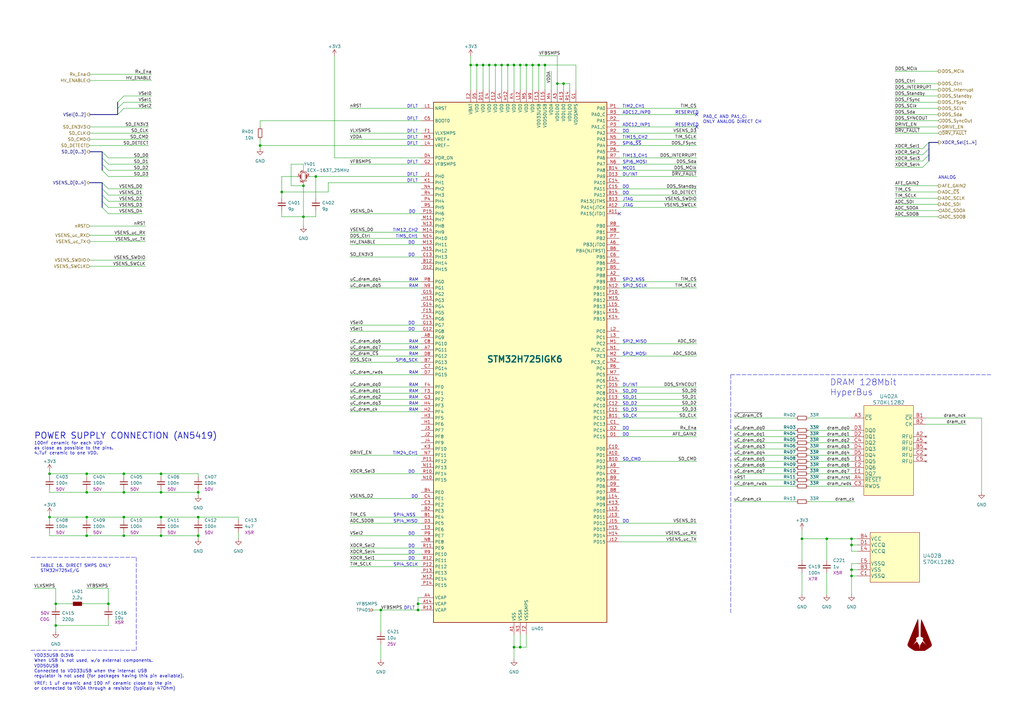
<source format=kicad_sch>
(kicad_sch (version 20230121) (generator eeschema)
  (paper "A3")
  (title_block (title "Velocity Sensor - Version 04") (date "2023-09-07") (rev "A") (company "Swiss Ocean Tech AG") (comment 1 "Designer: SNI, EVE"))
  (junction (at 50.8 201.93))
  (junction (at 156.21 250.19))
  (junction (at 228.6 34.29))
  (junction (at 349.25 220.98))
  (junction (at 124.46 76.2))
  (junction (at 35.56 201.93))
  (junction (at 213.36 265.43))
  (junction (at 208.28 26.67))
  (junction (at 50.8 219.71))
  (junction (at 35.56 194.31))
  (junction (at 66.04 201.93))
  (junction (at 115.57 78.74))
  (junction (at 66.04 219.71))
  (junction (at 124.46 88.9))
  (junction (at 171.45 247.65))
  (junction (at 81.28 212.09))
  (junction (at 339.09 220.98))
  (junction (at 349.25 223.52))
  (junction (at 215.9 26.67))
  (junction (at 231.14 34.29))
  (junction (at 210.82 265.43))
  (junction (at 81.28 219.71))
  (junction (at 20.32 212.09))
  (junction (at 44.45 247.65))
  (junction (at 171.45 250.19))
  (junction (at 66.04 194.31))
  (junction (at 106.68 59.69))
  (junction (at 20.32 194.31))
  (junction (at 210.82 26.67))
  (junction (at 213.36 26.67))
  (junction (at 81.28 201.93))
  (junction (at 50.8 212.09))
  (junction (at 220.98 26.67))
  (junction (at 328.93 220.98))
  (junction (at 349.25 233.68))
  (junction (at 195.58 26.67))
  (junction (at 35.56 219.71))
  (junction (at 35.56 212.09))
  (junction (at 349.25 236.22))
  (junction (at 66.04 212.09))
  (junction (at 50.8 194.31))
  (junction (at 203.2 26.67))
  (junction (at 200.66 26.67))
  (junction (at 205.74 26.67))
  (junction (at 22.86 256.54))
  (junction (at 193.04 26.67))
  (junction (at 22.86 247.65))
  (junction (at 129.54 72.39))
  (junction (at 218.44 26.67))
  (junction (at 223.52 26.67))
  (junction (at 198.12 26.67))
  (no_connect (at 285.75 46.99))
  (no_connect (at 285.75 52.07))
  (no_connect (at 254 87.63))
  (bus_entry (at 50.8 39.37) (size -2.54 2.54))
  (bus_entry (at 378.46 63.5) (size 2.54 -2.54))
  (bus_entry (at 41.91 80.01) (size 2.54 2.54))
  (bus_entry (at 41.91 85.09) (size 2.54 2.54))
  (bus_entry (at 378.46 60.96) (size 2.54 -2.54))
  (bus_entry (at 378.46 68.58) (size 2.54 -2.54))
  (bus_entry (at 41.91 74.93) (size 2.54 2.54))
  (bus_entry (at 41.91 64.77) (size 2.54 2.54))
  (bus_entry (at 50.8 41.91) (size -2.54 2.54))
  (bus_entry (at 41.91 67.31) (size 2.54 2.54))
  (bus_entry (at 50.8 44.45) (size -2.54 2.54))
  (bus_entry (at 378.46 66.04) (size 2.54 -2.54))
  (bus_entry (at 41.91 69.85) (size 2.54 2.54))
  (bus_entry (at 41.91 77.47) (size 2.54 2.54))
  (bus_entry (at 41.91 82.55) (size 2.54 2.54))
  (bus_entry (at 41.91 62.23) (size 2.54 2.54))
  (wire (pts (xy 349.25 223.52) (xy 349.25 220.98)))
  (bus (pts (xy 41.91 82.55) (xy 41.91 85.09)))
  (wire (pts (xy 300.99 189.23) (xy 326.39 189.23)))
  (wire (pts (xy 66.04 219.71) (xy 81.28 219.71)))
  (wire (pts (xy 172.72 148.59) (xy 143.51 148.59)))
  (wire (pts (xy 331.47 191.77) (xy 349.25 191.77)))
  (wire (pts (xy 44.45 254) (xy 44.45 256.54)))
  (wire (pts (xy 143.51 100.33) (xy 172.72 100.33)))
  (wire (pts (xy 349.25 223.52) (xy 351.79 223.52)))
  (wire (pts (xy 44.45 64.77) (xy 60.96 64.77)))
  (wire (pts (xy 66.04 218.44) (xy 66.04 219.71)))
  (wire (pts (xy 254 44.45) (xy 285.75 44.45)))
  (wire (pts (xy 143.51 219.71) (xy 172.72 219.71)))
  (wire (pts (xy 22.86 254) (xy 22.86 256.54)))
  (wire (pts (xy 285.75 80.01) (xy 254 80.01)))
  (wire (pts (xy 44.45 241.3) (xy 44.45 247.65)))
  (wire (pts (xy 254 166.37) (xy 285.75 166.37)))
  (wire (pts (xy 220.98 26.67) (xy 223.52 26.67)))
  (wire (pts (xy 127 72.39) (xy 129.54 72.39)))
  (wire (pts (xy 36.83 109.22) (xy 59.69 109.22)))
  (wire (pts (xy 143.51 212.09) (xy 172.72 212.09)))
  (wire (pts (xy 367.03 81.28) (xy 384.81 81.28)))
  (wire (pts (xy 328.93 217.17) (xy 328.93 220.98)))
  (wire (pts (xy 367.03 86.36) (xy 384.81 86.36)))
  (wire (pts (xy 254 171.45) (xy 285.75 171.45)))
  (wire (pts (xy 379.73 171.45) (xy 402.59 171.45)))
  (wire (pts (xy 143.51 161.29) (xy 172.72 161.29)))
  (wire (pts (xy 106.68 59.69) (xy 172.72 59.69)))
  (wire (pts (xy 35.56 241.3) (xy 44.45 241.3)))
  (wire (pts (xy 367.03 54.61) (xy 384.81 54.61)))
  (wire (pts (xy 97.79 213.36) (xy 97.79 212.09)))
  (wire (pts (xy 20.32 201.93) (xy 20.32 200.66)))
  (wire (pts (xy 81.28 219.71) (xy 81.28 220.98)))
  (wire (pts (xy 22.86 241.3) (xy 22.86 247.65)))
  (wire (pts (xy 367.03 29.21) (xy 384.81 29.21)))
  (wire (pts (xy 44.45 80.01) (xy 58.42 80.01)))
  (wire (pts (xy 213.36 265.43) (xy 210.82 265.43)))
  (wire (pts (xy 367.03 83.82) (xy 384.81 83.82)))
  (wire (pts (xy 300.99 176.53) (xy 326.39 176.53)))
  (wire (pts (xy 233.68 34.29) (xy 233.68 36.83)))
  (wire (pts (xy 210.82 26.67) (xy 210.82 36.83)))
  (wire (pts (xy 36.83 106.68) (xy 59.69 106.68)))
  (wire (pts (xy 210.82 26.67) (xy 213.36 26.67)))
  (wire (pts (xy 254 64.77) (xy 285.75 64.77)))
  (wire (pts (xy 254 158.75) (xy 285.75 158.75)))
  (wire (pts (xy 20.32 194.31) (xy 20.32 195.58)))
  (wire (pts (xy 215.9 265.43) (xy 213.36 265.43)))
  (wire (pts (xy 300.99 171.45) (xy 326.39 171.45)))
  (bus (pts (xy 48.26 41.91) (xy 48.26 44.45)))
  (wire (pts (xy 285.75 77.47) (xy 254 77.47)))
  (wire (pts (xy 226.06 29.21) (xy 226.06 36.83)))
  (wire (pts (xy 195.58 26.67) (xy 195.58 36.83)))
  (wire (pts (xy 81.28 218.44) (xy 81.28 219.71)))
  (wire (pts (xy 254 189.23) (xy 285.75 189.23)))
  (bus (pts (xy 381 60.96) (xy 381 63.5)))
  (wire (pts (xy 143.51 224.79) (xy 172.72 224.79)))
  (bus (pts (xy 41.91 74.93) (xy 41.91 77.47)))
  (wire (pts (xy 223.52 26.67) (xy 236.22 26.67)))
  (wire (pts (xy 44.45 69.85) (xy 60.96 69.85)))
  (wire (pts (xy 143.51 166.37) (xy 172.72 166.37)))
  (wire (pts (xy 50.8 218.44) (xy 50.8 219.71)))
  (wire (pts (xy 254 46.99) (xy 285.75 46.99)))
  (wire (pts (xy 205.74 26.67) (xy 205.74 36.83)))
  (wire (pts (xy 137.16 64.77) (xy 137.16 22.86)))
  (wire (pts (xy 215.9 26.67) (xy 218.44 26.67)))
  (wire (pts (xy 143.51 229.87) (xy 172.72 229.87)))
  (wire (pts (xy 143.51 146.05) (xy 172.72 146.05)))
  (wire (pts (xy 50.8 212.09) (xy 35.56 212.09)))
  (wire (pts (xy 367.03 41.91) (xy 384.81 41.91)))
  (wire (pts (xy 36.83 92.71) (xy 59.69 92.71)))
  (wire (pts (xy 81.28 195.58) (xy 81.28 194.31)))
  (bus (pts (xy 48.26 44.45) (xy 48.26 46.99)))
  (wire (pts (xy 254 85.09) (xy 285.75 85.09)))
  (wire (pts (xy 62.23 39.37) (xy 50.8 39.37)))
  (wire (pts (xy 134.62 74.93) (xy 134.62 78.74)))
  (wire (pts (xy 35.56 194.31) (xy 35.56 195.58)))
  (wire (pts (xy 134.62 74.93) (xy 172.72 74.93)))
  (wire (pts (xy 331.47 184.15) (xy 349.25 184.15)))
  (wire (pts (xy 22.86 247.65) (xy 22.86 248.92)))
  (wire (pts (xy 331.47 176.53) (xy 349.25 176.53)))
  (wire (pts (xy 115.57 72.39) (xy 121.92 72.39)))
  (wire (pts (xy 331.47 181.61) (xy 349.25 181.61)))
  (wire (pts (xy 81.28 201.93) (xy 81.28 203.2)))
  (wire (pts (xy 215.9 260.35) (xy 215.9 265.43)))
  (wire (pts (xy 285.75 118.11) (xy 254 118.11)))
  (wire (pts (xy 254 146.05) (xy 285.75 146.05)))
  (wire (pts (xy 143.51 143.51) (xy 172.72 143.51)))
  (wire (pts (xy 367.03 63.5) (xy 378.46 63.5)))
  (wire (pts (xy 50.8 201.93) (xy 35.56 201.93)))
  (wire (pts (xy 367.03 88.9) (xy 384.81 88.9)))
  (wire (pts (xy 35.56 200.66) (xy 35.56 201.93)))
  (wire (pts (xy 81.28 213.36) (xy 81.28 212.09)))
  (wire (pts (xy 285.75 67.31) (xy 254 67.31)))
  (wire (pts (xy 35.56 201.93) (xy 20.32 201.93)))
  (wire (pts (xy 213.36 26.67) (xy 215.9 26.67)))
  (wire (pts (xy 106.68 57.15) (xy 106.68 59.69)))
  (wire (pts (xy 367.03 36.83) (xy 384.81 36.83)))
  (wire (pts (xy 300.99 191.77) (xy 326.39 191.77)))
  (bus (pts (xy 41.91 77.47) (xy 41.91 80.01)))
  (bus (pts (xy 381 58.42) (xy 381 60.96)))
  (wire (pts (xy 44.45 77.47) (xy 58.42 77.47)))
  (wire (pts (xy 254 82.55) (xy 285.75 82.55)))
  (wire (pts (xy 254 52.07) (xy 285.75 52.07)))
  (wire (pts (xy 35.56 219.71) (xy 20.32 219.71)))
  (wire (pts (xy 367.03 78.74) (xy 384.81 78.74)))
  (wire (pts (xy 367.03 34.29) (xy 384.81 34.29)))
  (wire (pts (xy 143.51 87.63) (xy 172.72 87.63)))
  (wire (pts (xy 36.83 54.61) (xy 60.96 54.61)))
  (wire (pts (xy 254 176.53) (xy 285.75 176.53)))
  (wire (pts (xy 254 140.97) (xy 285.75 140.97)))
  (bus (pts (xy 381 63.5) (xy 381 66.04)))
  (wire (pts (xy 115.57 78.74) (xy 115.57 81.28)))
  (wire (pts (xy 62.23 30.48) (xy 36.83 30.48)))
  (wire (pts (xy 328.93 220.98) (xy 339.09 220.98)))
  (wire (pts (xy 44.45 82.55) (xy 58.42 82.55)))
  (wire (pts (xy 20.32 219.71) (xy 20.32 218.44)))
  (wire (pts (xy 193.04 22.86) (xy 193.04 26.67)))
  (polyline (pts (xy 12.7 266.7) (xy 55.88 266.7)) (stroke (width 0) (type dash)))
  (wire (pts (xy 20.32 193.04) (xy 20.32 194.31)))
  (bus (pts (xy 384.81 58.42) (xy 381 58.42)))
  (wire (pts (xy 156.21 250.19) (xy 171.45 250.19)))
  (wire (pts (xy 367.03 39.37) (xy 384.81 39.37)))
  (wire (pts (xy 349.25 236.22) (xy 349.25 243.84)))
  (wire (pts (xy 143.51 214.63) (xy 172.72 214.63)))
  (wire (pts (xy 254 69.85) (xy 285.75 69.85)))
  (wire (pts (xy 44.45 87.63) (xy 58.42 87.63)))
  (wire (pts (xy 124.46 76.2) (xy 124.46 88.9)))
  (wire (pts (xy 106.68 59.69) (xy 106.68 60.96)))
  (wire (pts (xy 254 219.71) (xy 285.75 219.71)))
  (wire (pts (xy 35.56 212.09) (xy 20.32 212.09)))
  (wire (pts (xy 34.29 247.65) (xy 44.45 247.65)))
  (wire (pts (xy 349.25 236.22) (xy 351.79 236.22)))
  (wire (pts (xy 215.9 26.67) (xy 215.9 36.83)))
  (wire (pts (xy 171.45 245.11) (xy 171.45 247.65)))
  (wire (pts (xy 156.21 250.19) (xy 156.21 259.08)))
  (wire (pts (xy 44.45 247.65) (xy 44.45 248.92)))
  (wire (pts (xy 228.6 34.29) (xy 228.6 36.83)))
  (wire (pts (xy 200.66 26.67) (xy 200.66 36.83)))
  (wire (pts (xy 66.04 212.09) (xy 66.04 213.36)))
  (wire (pts (xy 143.51 44.45) (xy 172.72 44.45)))
  (wire (pts (xy 35.56 218.44) (xy 35.56 219.71)))
  (wire (pts (xy 44.45 67.31) (xy 60.96 67.31)))
  (wire (pts (xy 124.46 76.2) (xy 119.38 76.2)))
  (wire (pts (xy 36.83 99.06) (xy 59.69 99.06)))
  (wire (pts (xy 300.99 196.85) (xy 326.39 196.85)))
  (bus (pts (xy 36.83 74.93) (xy 41.91 74.93)))
  (wire (pts (xy 236.22 26.67) (xy 236.22 36.83)))
  (wire (pts (xy 20.32 210.82) (xy 20.32 212.09)))
  (wire (pts (xy 81.28 201.93) (xy 66.04 201.93)))
  (wire (pts (xy 66.04 201.93) (xy 50.8 201.93)))
  (wire (pts (xy 81.28 212.09) (xy 66.04 212.09)))
  (wire (pts (xy 143.51 140.97) (xy 172.72 140.97)))
  (wire (pts (xy 50.8 194.31) (xy 50.8 195.58)))
  (wire (pts (xy 143.51 163.83) (xy 172.72 163.83)))
  (wire (pts (xy 349.25 233.68) (xy 349.25 236.22)))
  (wire (pts (xy 143.51 232.41) (xy 172.72 232.41)))
  (wire (pts (xy 44.45 72.39) (xy 60.96 72.39)))
  (wire (pts (xy 66.04 212.09) (xy 50.8 212.09)))
  (wire (pts (xy 66.04 219.71) (xy 50.8 219.71)))
  (bus (pts (xy 36.83 62.23) (xy 41.91 62.23)))
  (wire (pts (xy 124.46 67.31) (xy 124.46 69.85)))
  (wire (pts (xy 300.99 184.15) (xy 326.39 184.15)))
  (wire (pts (xy 367.03 46.99) (xy 384.81 46.99)))
  (wire (pts (xy 193.04 26.67) (xy 193.04 36.83)))
  (wire (pts (xy 254 57.15) (xy 285.75 57.15)))
  (wire (pts (xy 143.51 95.25) (xy 172.72 95.25)))
  (wire (pts (xy 349.25 220.98) (xy 351.79 220.98)))
  (wire (pts (xy 50.8 194.31) (xy 35.56 194.31)))
  (bus (pts (xy 41.91 80.01) (xy 41.91 82.55)))
  (wire (pts (xy 231.14 34.29) (xy 231.14 36.83)))
  (wire (pts (xy 143.51 194.31) (xy 172.72 194.31)))
  (wire (pts (xy 228.6 34.29) (xy 231.14 34.29)))
  (wire (pts (xy 203.2 26.67) (xy 205.74 26.67)))
  (wire (pts (xy 379.73 173.99) (xy 396.24 173.99)))
  (wire (pts (xy 13.97 241.3) (xy 22.86 241.3)))
  (wire (pts (xy 129.54 72.39) (xy 172.72 72.39)))
  (wire (pts (xy 254 161.29) (xy 285.75 161.29)))
  (wire (pts (xy 331.47 189.23) (xy 349.25 189.23)))
  (wire (pts (xy 143.51 118.11) (xy 172.72 118.11)))
  (wire (pts (xy 171.45 250.19) (xy 172.72 250.19)))
  (wire (pts (xy 81.28 212.09) (xy 97.79 212.09)))
  (wire (pts (xy 152.4 250.19) (xy 156.21 250.19)))
  (wire (pts (xy 143.51 204.47) (xy 172.72 204.47)))
  (wire (pts (xy 66.04 194.31) (xy 50.8 194.31)))
  (wire (pts (xy 367.03 66.04) (xy 378.46 66.04)))
  (wire (pts (xy 106.68 49.53) (xy 172.72 49.53)))
  (wire (pts (xy 81.28 200.66) (xy 81.28 201.93)))
  (wire (pts (xy 50.8 212.09) (xy 50.8 213.36)))
  (wire (pts (xy 300.99 186.69) (xy 326.39 186.69)))
  (wire (pts (xy 331.47 179.07) (xy 349.25 179.07)))
  (wire (pts (xy 172.72 54.61) (xy 143.51 54.61)))
  (wire (pts (xy 36.83 33.02) (xy 62.23 33.02)))
  (polyline (pts (xy 299.72 153.67) (xy 299.72 251.46)) (stroke (width 0) (type dash)))
  (wire (pts (xy 66.04 194.31) (xy 66.04 195.58)))
  (wire (pts (xy 22.86 256.54) (xy 22.86 259.08)))
  (wire (pts (xy 213.36 260.35) (xy 213.36 265.43)))
  (wire (pts (xy 231.14 34.29) (xy 233.68 34.29)))
  (wire (pts (xy 300.99 181.61) (xy 326.39 181.61)))
  (wire (pts (xy 36.83 59.69) (xy 60.96 59.69)))
  (wire (pts (xy 351.79 233.68) (xy 349.25 233.68)))
  (wire (pts (xy 218.44 26.67) (xy 220.98 26.67)))
  (wire (pts (xy 66.04 200.66) (xy 66.04 201.93)))
  (wire (pts (xy 143.51 153.67) (xy 172.72 153.67)))
  (wire (pts (xy 339.09 220.98) (xy 339.09 229.87)))
  (wire (pts (xy 254 222.25) (xy 285.75 222.25)))
  (wire (pts (xy 36.83 96.52) (xy 59.69 96.52)))
  (wire (pts (xy 44.45 85.09) (xy 58.42 85.09)))
  (wire (pts (xy 339.09 220.98) (xy 349.25 220.98)))
  (wire (pts (xy 156.21 264.16) (xy 156.21 270.51)))
  (wire (pts (xy 228.6 22.86) (xy 228.6 34.29)))
  (wire (pts (xy 124.46 88.9) (xy 129.54 88.9)))
  (wire (pts (xy 198.12 26.67) (xy 200.66 26.67)))
  (wire (pts (xy 200.66 26.67) (xy 203.2 26.67)))
  (wire (pts (xy 129.54 72.39) (xy 129.54 81.28)))
  (wire (pts (xy 115.57 78.74) (xy 115.57 72.39)))
  (wire (pts (xy 300.99 199.39) (xy 326.39 199.39)))
  (wire (pts (xy 285.75 179.07) (xy 254 179.07)))
  (wire (pts (xy 349.25 226.06) (xy 351.79 226.06)))
  (wire (pts (xy 198.12 26.67) (xy 198.12 36.83)))
  (wire (pts (xy 50.8 200.66) (xy 50.8 201.93)))
  (wire (pts (xy 124.46 74.93) (xy 124.46 76.2)))
  (wire (pts (xy 171.45 247.65) (xy 171.45 250.19)))
  (wire (pts (xy 143.51 168.91) (xy 172.72 168.91)))
  (wire (pts (xy 205.74 26.67) (xy 208.28 26.67)))
  (wire (pts (xy 367.03 60.96) (xy 378.46 60.96)))
  (wire (pts (xy 20.32 212.09) (xy 20.32 213.36)))
  (wire (pts (xy 143.51 158.75) (xy 172.72 158.75)))
  (wire (pts (xy 50.8 219.71) (xy 35.56 219.71)))
  (wire (pts (xy 300.99 205.74) (xy 326.39 205.74)))
  (wire (pts (xy 22.86 247.65) (xy 29.21 247.65)))
  (wire (pts (xy 367.03 52.07) (xy 384.81 52.07)))
  (wire (pts (xy 210.82 265.43) (xy 210.82 270.51)))
  (wire (pts (xy 143.51 133.35) (xy 172.72 133.35)))
  (wire (pts (xy 172.72 135.89) (xy 143.51 135.89)))
  (wire (pts (xy 300.99 179.07) (xy 326.39 179.07)))
  (wire (pts (xy 193.04 26.67) (xy 195.58 26.67)))
  (wire (pts (xy 195.58 26.67) (xy 198.12 26.67)))
  (wire (pts (xy 285.75 72.39) (xy 254 72.39)))
  (wire (pts (xy 331.47 205.74) (xy 350.52 205.74)))
  (wire (pts (xy 143.51 57.15) (xy 172.72 57.15)))
  (wire (pts (xy 143.51 67.31) (xy 172.72 67.31)))
  (wire (pts (xy 223.52 26.67) (xy 223.52 36.83)))
  (wire (pts (xy 143.51 186.69) (xy 172.72 186.69)))
  (wire (pts (xy 402.59 201.93) (xy 402.59 171.45)))
  (wire (pts (xy 210.82 260.35) (xy 210.82 265.43)))
  (wire (pts (xy 119.38 76.2) (xy 119.38 67.31)))
  (wire (pts (xy 172.72 245.11) (xy 171.45 245.11)))
  (wire (pts (xy 349.25 226.06) (xy 349.25 223.52)))
  (bus (pts (xy 41.91 64.77) (xy 41.91 67.31)))
  (wire (pts (xy 44.45 256.54) (xy 22.86 256.54)))
  (wire (pts (xy 331.47 194.31) (xy 349.25 194.31)))
  (wire (pts (xy 254 214.63) (xy 285.75 214.63)))
  (wire (pts (xy 36.83 52.07) (xy 60.96 52.07)))
  (wire (pts (xy 254 115.57) (xy 285.75 115.57)))
  (wire (pts (xy 97.79 218.44) (xy 97.79 220.98)))
  (wire (pts (xy 254 54.61) (xy 285.75 54.61)))
  (wire (pts (xy 331.47 171.45) (xy 349.25 171.45)))
  (wire (pts (xy 349.25 231.14) (xy 349.25 233.68)))
  (wire (pts (xy 331.47 199.39) (xy 349.25 199.39)))
  (wire (pts (xy 331.47 196.85) (xy 349.25 196.85)))
  (wire (pts (xy 220.98 26.67) (xy 220.98 36.83)))
  (wire (pts (xy 124.46 88.9) (xy 124.46 92.71)))
  (wire (pts (xy 367.03 76.2) (xy 384.81 76.2)))
  (wire (pts (xy 213.36 26.67) (xy 213.36 36.83)))
  (wire (pts (xy 62.23 41.91) (xy 50.8 41.91)))
  (bus (pts (xy 41.91 67.31) (xy 41.91 69.85)))
  (wire (pts (xy 339.09 234.95) (xy 339.09 243.84)))
  (wire (pts (xy 351.79 231.14) (xy 349.25 231.14)))
  (polyline (pts (xy 12.7 228.6) (xy 55.88 228.6)) (stroke (width 0) (type dash)))
  (wire (pts (xy 35.56 212.09) (xy 35.56 213.36)))
  (wire (pts (xy 134.62 78.74) (xy 115.57 78.74)))
  (wire (pts (xy 328.93 234.95) (xy 328.93 243.84)))
  (wire (pts (xy 143.51 115.57) (xy 172.72 115.57)))
  (wire (pts (xy 35.56 194.31) (xy 20.32 194.31)))
  (wire (pts (xy 285.75 59.69) (xy 254 59.69)))
  (wire (pts (xy 119.38 67.31) (xy 124.46 67.31)))
  (wire (pts (xy 367.03 68.58) (xy 378.46 68.58)))
  (wire (pts (xy 115.57 88.9) (xy 115.57 86.36)))
  (wire (pts (xy 367.03 44.45) (xy 384.81 44.45)))
  (wire (pts (xy 254 163.83) (xy 285.75 163.83)))
  (wire (pts (xy 208.28 26.67) (xy 210.82 26.67)))
  (wire (pts (xy 143.51 97.79) (xy 172.72 97.79)))
  (wire (pts (xy 367.03 49.53) (xy 384.81 49.53)))
  (wire (pts (xy 203.2 26.67) (xy 203.2 36.83)))
  (wire (pts (xy 328.93 229.87) (xy 328.93 220.98)))
  (wire (pts (xy 124.46 88.9) (xy 115.57 88.9)))
  (bus (pts (xy 41.91 62.23) (xy 41.91 64.77)))
  (wire (pts (xy 129.54 88.9) (xy 129.54 86.36)))
  (wire (pts (xy 143.51 105.41) (xy 172.72 105.41)))
  (polyline (pts (xy 55.88 228.6) (xy 55.88 266.7)) (stroke (width 0) (type dash)))
  (bus (pts (xy 48.26 46.99) (xy 36.83 46.99)))
  (wire (pts (xy 172.72 64.77) (xy 137.16 64.77)))
  (wire (pts (xy 300.99 194.31) (xy 326.39 194.31)))
  (wire (pts (xy 62.23 44.45) (xy 50.8 44.45)))
  (wire (pts (xy 106.68 49.53) (xy 106.68 52.07)))
  (wire (pts (xy 208.28 26.67) (xy 208.28 36.83)))
  (wire (pts (xy 81.28 194.31) (xy 66.04 194.31)))
  (wire (pts (xy 218.44 26.67) (xy 218.44 36.83)))
  (wire (pts (xy 220.98 22.86) (xy 228.6 22.86)))
  (wire (pts (xy 171.45 247.65) (xy 172.72 247.65)))
  (wire (pts (xy 36.83 57.15) (xy 60.96 57.15)))
  (wire (pts (xy 331.47 186.69) (xy 349.25 186.69)))
  (wire (pts (xy 143.51 227.33) (xy 172.72 227.33)))
  (polyline (pts (xy 299.72 153.67) (xy 406.4 153.67)) (stroke (width 0) (type dash)))
  (wire (pts (xy 254 168.91) (xy 285.75 168.91)))
  (text "SPI4_MISO" (at 161.29 214.63 0) (effects (font (size 1.27 1.27)) (justify left bottom)))
  (text "DFLT" (at 171.45 54.61 0) (effects (font (size 1.27 1.27)) (justify right bottom)))
  (text "DO" (at 170.18 219.71 0) (effects (font (size 1.27 1.27)) (justify right bottom)))
  (text "DO" (at 255.27 176.53 0) (effects (font (size 1.27 1.27)) (justify left bottom)))
  (text "VREF: 1 uF ceramic and 100 nF ceramic close to the pin\nor connected to VDDA through a resistor (typically 47Ohm)" (at 13.97 283.21 0) (effects (font (size 1.27 1.27)) (justify left bottom)))
  (text "MCO1" (at 255.27 69.85 0) (effects (font (size 1.27 1.27)) (justify left bottom)))
  (text "DI/INT" (at 255.27 158.75 0) (effects (font (size 1.27 1.27)) (justify left bottom)))
  (text "SPI6_SCK" (at 171.45 148.59 0) (effects (font (size 1.27 1.27)) (justify right bottom)))
  (text "SPI2_MISO" (at 255.27 140.97 0) (effects (font (size 1.27 1.27)) (justify left bottom)))
  (text "SPI4_SCLK" (at 161.29 232.41 0) (effects (font (size 1.27 1.27)) (justify left bottom)))
  (text "DFLT" (at 170.18 250.19 0) (effects (font (size 1.27 1.27)) (justify right bottom)))
  (text "DO" (at 170.18 105.41 0) (effects (font (size 1.27 1.27)) (justify right bottom)))
  (text "RESERVED" (at 276.86 46.99 0) (effects (font (size 1.27 1.27)) (justify left bottom)))
  (text "JTAG" (at 255.27 85.09 0) (effects (font (size 1.27 1.27)) (justify left bottom)))
  (text "RAM" (at 167.64 118.11 0) (effects (font (size 1.27 1.27)) (justify left bottom)))
  (text "DO" (at 255.27 80.01 0) (effects (font (size 1.27 1.27)) (justify left bottom)))
  (text "DO" (at 167.64 87.63 0) (effects (font (size 1.27 1.27)) (justify left bottom)))
  (text "DFLT" (at 171.45 44.45 0) (effects (font (size 1.27 1.27)) (justify right bottom)))
  (text "SPI2_NSS" (at 255.27 115.57 0) (effects (font (size 1.27 1.27)) (justify left bottom)))
  (text "RAM" (at 167.64 146.05 0) (effects (font (size 1.27 1.27)) (justify left bottom)))
  (text "SD_D1" (at 255.27 163.83 0) (effects (font (size 1.27 1.27)) (justify left bottom)))
  (text "DFLT" (at 171.45 67.31 0) (effects (font (size 1.27 1.27)) (justify right bottom)))
  (text "100nF ceramic for each VDD \nas close as possible to the pins.\n4.7uF ceramic to one VDD." (at 13.97 186.69 0) (effects (font (size 1.27 1.27)) (justify left bottom)))
  (text "SPI4_NSS" (at 161.29 212.09 0) (effects (font (size 1.27 1.27)) (justify left bottom)))
  (text "RAM" (at 167.64 143.51 0) (effects (font (size 1.27 1.27)) (justify left bottom)))
  (text "VDD33USB 0:3V6\nWhen USB is not used, w/o external components." (at 13.97 271.78 0) (effects (font (size 1.27 1.27)) (justify left bottom)))
  (text "DO" (at 170.18 135.89 0) (effects (font (size 1.27 1.27)) (justify right bottom)))
  (text "PA0_C AND PA1_C: \nONLY ANALOG DIRECT CH" (at 288.29 50.8 0) (effects (font (size 1.27 1.27)) (justify left bottom)))
  (text "RAM" (at 167.64 163.83 0) (effects (font (size 1.27 1.27)) (justify left bottom)))
  (text "SD_D2" (at 255.27 166.37 0) (effects (font (size 1.27 1.27)) (justify left bottom)))
  (text "DO" (at 170.18 194.31 0) (effects (font (size 1.27 1.27)) (justify right bottom)))
  (text "TIM5_CH1" (at 171.45 97.79 0) (effects (font (size 1.27 1.27)) (justify right bottom)))
  (text "DI/INT" (at 255.27 72.39 0) (effects (font (size 1.27 1.27)) (justify left bottom)))
  (text "DO" (at 170.18 227.33 0) (effects (font (size 1.27 1.27)) (justify right bottom)))
  (text "ANALOG" (at 384.81 73.66 0) (effects (font (size 1.27 1.27)) (justify left bottom)))
  (text "VDD50USB \nConnected to VDD33USB when the internal USB \nregulator is not used (for packages having this pin available)." (at 13.97 278.13 0) (effects (font (size 1.27 1.27)) (justify left bottom)))
  (text "SPI6_MOSI" (at 265.43 67.31 0) (effects (font (size 1.27 1.27)) (justify right bottom)))
  (text "DO" (at 171.45 204.47 0) (effects (font (size 1.27 1.27)) (justify right bottom)))
  (text "SD_CMD" (at 255.27 189.23 0) (effects (font (size 1.27 1.27)) (justify left bottom)))
  (text "TABLE 16. DIRECT SMPS ONLY\nSTM32H725xE/G" (at 16.51 234.95 0) (effects (font (size 1.27 1.27)) (justify left bottom)))
  (text "SPI6_~{SS}" (at 255.27 59.69 0) (effects (font (size 1.27 1.27)) (justify left bottom)))
  (text "DO" (at 255.27 77.47 0) (effects (font (size 1.27 1.27)) (justify left bottom)))
  (text "DFLT" (at 171.45 49.53 0) (effects (font (size 1.27 1.27)) (justify right bottom)))
  (text "SD_D0" (at 255.27 161.29 0) (effects (font (size 1.27 1.27)) (justify left bottom)))
  (text "ADC12_INP1" (at 255.27 52.07 0) (effects (font (size 1.27 1.27)) (justify left bottom)))
  (text "RESERVED" (at 276.86 52.07 0) (effects (font (size 1.27 1.27)) (justify left bottom)))
  (text "SPI2_SCLK" (at 255.27 118.11 0) (effects (font (size 1.27 1.27)) (justify left bottom)))
  (text "TIM2_CH1" (at 255.27 44.45 0) (effects (font (size 1.27 1.27)) (justify left bottom)))
  (text "DO" (at 255.27 214.63 0) (effects (font (size 1.27 1.27)) (justify left bottom)))
  (text "DRAM 128Mbit\nHyperBus" (at 340.36 162.56 0) (effects (font (size 2.54 2.54)) (justify left bottom)))
  (text "TIM24_CH1" (at 171.45 186.69 0) (effects (font (size 1.27 1.27)) (justify right bottom)))
  (text "DO" (at 170.18 133.35 0) (effects (font (size 1.27 1.27)) (justify right bottom)))
  (text "ADC12_INP0" (at 255.27 46.99 0) (effects (font (size 1.27 1.27)) (justify left bottom)))
  (text "DFLT" (at 171.45 57.15 0) (effects (font (size 1.27 1.27)) (justify right bottom)))
  (text "RAM" (at 167.64 140.97 0) (effects (font (size 1.27 1.27)) (justify left bottom)))
  (text "RAM" (at 167.64 115.57 0) (effects (font (size 1.27 1.27)) (justify left bottom)))
  (text "RAM" (at 167.64 166.37 0) (effects (font (size 1.27 1.27)) (justify left bottom)))
  (text "TIM13_CH1" (at 255.27 64.77 0) (effects (font (size 1.27 1.27)) (justify left bottom)))
  (text "RAM" (at 167.64 158.75 0) (effects (font (size 1.27 1.27)) (justify left bottom)))
  (text "DFLT" (at 171.45 72.39 0) (effects (font (size 1.27 1.27)) (justify right bottom)))
  (text "SD_D3" (at 255.27 168.91 0) (effects (font (size 1.27 1.27)) (justify left bottom)))
  (text "DO" (at 170.18 229.87 0) (effects (font (size 1.27 1.27)) (justify right bottom)))
  (text "SD_CK" (at 255.27 171.45 0) (effects (font (size 1.27 1.27)) (justify left bottom)))
  (text "DO" (at 255.27 179.07 0) (effects (font (size 1.27 1.27)) (justify left bottom)))
  (text "POWER SUPPLY CONNECTION (AN5419)" (at 13.97 180.34 0) (effects (font (size 2.54 2.54) (thickness 0.254) bold) (justify left bottom)))
  (text "DO" (at 170.18 100.33 0) (effects (font (size 1.27 1.27)) (justify right bottom)))
  (text "DFLT" (at 171.45 59.69 0) (effects (font (size 1.27 1.27)) (justify right bottom)))
  (text "DO" (at 170.18 224.79 0) (effects (font (size 1.27 1.27)) (justify right bottom)))
  (text "TIM15_CH2" (at 255.27 57.15 0) (effects (font (size 1.27 1.27)) (justify left bottom)))
  (text "DO" (at 255.27 54.61 0) (effects (font (size 1.27 1.27)) (justify left bottom)))
  (text "RAM" (at 167.64 161.29 0) (effects (font (size 1.27 1.27)) (justify left bottom)))
  (text "TIM12_CH2" (at 171.45 95.25 0) (effects (font (size 1.27 1.27)) (justify right bottom)))
  (text "JTAG" (at 255.27 82.55 0) (effects (font (size 1.27 1.27)) (justify left bottom)))
  (text "RAM" (at 167.64 168.91 0) (effects (font (size 1.27 1.27)) (justify left bottom)))
  (text "RAM" (at 167.64 153.67 0) (effects (font (size 1.27 1.27)) (justify left bottom)))
  (text "SPI2_MOSI" (at 255.27 146.05 0) (effects (font (size 1.27 1.27)) (justify left bottom)))
  (text "DFLT" (at 171.45 74.93 0) (effects (font (size 1.27 1.27)) (justify right bottom)))
  (label "VSel2" (at 143.51 219.71 0))
  (label "VSENS_D1" (at 58.42 80.01 180))
  (label "VSel2" (at 62.23 44.45 180))
  (label "uC_dram_dq4" (at 143.51 115.57 0))
  (label "VSENS_D2" (at 143.51 204.47 0))
  (label "XDCR_Sel4" (at 143.51 227.33 0))
  (label "TIM_SCLK" (at 143.51 232.41 0))
  (label "DDS_INTERRUPT" (at 285.75 64.77 180))
  (label "SD_D2" (at 285.75 166.37 180))
  (label "VSENS_D2" (at 58.42 82.55 180))
  (label "SD_CLK" (at 285.75 171.45 180))
  (label "dram_nrst" (at 339.09 196.85 0))
  (label "SD_D1" (at 285.75 163.83 180))
  (label "Rx_Ena" (at 62.23 30.48 180))
  (label "VSENS_D3" (at 58.42 85.09 180))
  (label "VSel0" (at 143.51 133.35 0))
  (label "VSENS_SWCLK" (at 59.69 109.22 180))
  (label "DDS_INTERRUPT" (at 367.03 36.83 0))
  (label "DDS_SClk" (at 367.03 44.45 0))
  (label "DDS_Standby" (at 367.03 39.37 0))
  (label "Rx_Ena" (at 285.75 176.53 180))
  (label "dram_dq5" (at 339.09 189.23 0))
  (label "DDS_SClk" (at 143.51 148.59 0))
  (label "DDS_SYNCOUT" (at 285.75 158.75 180))
  (label "SD_D1" (at 60.96 67.31 180))
  (label "DDS_MClk" (at 285.75 69.85 180))
  (label "DDS_SYNCOUT" (at 367.03 49.53 0))
  (label "SD_D3" (at 60.96 72.39 180))
  (label "uC_dram_dq3" (at 300.99 184.15 0))
  (label "VLXSMPS" (at 143.51 54.61 0))
  (label "ADC_SDOB" (at 143.51 214.63 0))
  (label "SD_CMD" (at 285.75 189.23 180))
  (label "dram_dq4" (at 339.09 186.69 0))
  (label "VSENS_SWDIO" (at 59.69 106.68 180))
  (label "VFBSMPS" (at 156.21 250.19 0))
  (label "VFBSMPS" (at 143.51 67.31 0))
  (label "VSENS_D1" (at 285.75 214.63 180))
  (label "DDS_Sda" (at 367.03 46.99 0))
  (label "AFE_GAIN2" (at 285.75 179.07 180))
  (label "ADC_SDOA" (at 285.75 146.05 180))
  (label "AFE_GAIN2" (at 367.03 76.2 0))
  (label "TIM_CS" (at 285.75 115.57 180))
  (label "SD_D0" (at 60.96 64.77 180))
  (label "VSENS_SWCLK" (at 285.75 85.09 180))
  (label "~{uC_dram_CS}" (at 300.99 171.45 0))
  (label "XDCR_Sel1" (at 143.51 229.87 0))
  (label "ADC_SDI" (at 285.75 140.97 180))
  (label "uC_dram_dq0" (at 143.51 158.75 0))
  (label "SD_DETECT" (at 285.75 80.01 180))
  (label "VSel0" (at 62.23 39.37 180))
  (label "dram_dq0" (at 339.09 176.53 0))
  (label "uC_dram_dq5" (at 300.99 189.23 0))
  (label "uC_dram_dq2" (at 143.51 163.83 0))
  (label "TIM_SCLK" (at 367.03 81.28 0))
  (label "SD_D0" (at 285.75 161.29 180))
  (label "uC_dram_ck" (at 143.51 168.91 0))
  (label "dram_ck" (at 350.52 205.74 180))
  (label "TIM_CS" (at 143.51 212.09 0))
  (label "uC_dram_dq2" (at 300.99 181.61 0))
  (label "DRIVE_EN" (at 143.51 186.69 0))
  (label "SD_D3" (at 285.75 168.91 180))
  (label "VDDA" (at 143.51 57.15 0))
  (label "TIM_CS" (at 285.75 44.45 180))
  (label "VSENS_uc_RX" (at 285.75 219.71 180))
  (label "SD_EN3V3" (at 60.96 52.07 180))
  (label "SD_CMD" (at 60.96 57.15 180))
  (label "VSENS_D3" (at 285.75 54.61 180))
  (label "uC_dram_dq1" (at 300.99 179.07 0))
  (label "ADC_SDOB" (at 367.03 88.9 0))
  (label "~{DRV_FAULT}" (at 367.03 54.61 0))
  (label "dram_rwds" (at 339.09 199.39 0))
  (label "TIM_CS" (at 367.03 78.74 0))
  (label "HV_ENABLE" (at 143.51 100.33 0))
  (label "VFBSMPS" (at 220.98 22.86 0))
  (label "uC_dram_dq4" (at 300.99 186.69 0))
  (label "dram_ck" (at 396.24 173.99 180))
  (label "VSel1" (at 62.23 41.91 180))
  (label "SD_D2" (at 60.96 69.85 180))
  (label "SD_EN3V3" (at 143.51 105.41 0))
  (label "ADC_SDI" (at 367.03 83.82 0))
  (label "VSel1" (at 143.51 135.89 0))
  (label "DDS_MClk" (at 367.03 29.21 0))
  (label "dram_dq1" (at 339.09 179.07 0))
  (label "DDS_Ctrl" (at 367.03 34.29 0))
  (label "VSENS_D0" (at 58.42 77.47 180))
  (label "XDCR_Sel1" (at 367.03 60.96 0))
  (label "DDS_Ctrl" (at 143.51 97.79 0))
  (label "uC_dram_dq0" (at 300.99 176.53 0))
  (label "nRST" (at 300.99 196.85 0))
  (label "TIM_SCLK" (at 285.75 118.11 180))
  (label "DDS_Standby" (at 285.75 77.47 180))
  (label "DDS_FSync" (at 367.03 41.91 0))
  (label "uC_dram_dq6" (at 143.51 140.97 0))
  (label "XDCR_Sel2" (at 143.51 224.79 0))
  (label "uC_dram_ck" (at 300.99 205.74 0))
  (label "VLXSMPS" (at 13.97 241.3 0))
  (label "XDCR_Sel4" (at 367.03 68.58 0))
  (label "VSENS_uc_RX" (at 59.69 96.52 180))
  (label "SD_DETECT" (at 60.96 59.69 180))
  (label "HV_ENABLE" (at 62.23 33.02 180))
  (label "XDCR_Sel2" (at 367.03 63.5 0))
  (label "dram_dq6" (at 339.09 191.77 0))
  (label "~{DRV_FAULT}" (at 285.75 72.39 180))
  (label "uC_dram_rwds" (at 300.99 199.39 0))
  (label "VFBSMPS" (at 35.56 241.3 0))
  (label "DDS_FSync" (at 285.75 59.69 180))
  (label "DRIVE_EN" (at 367.03 52.07 0))
  (label "XDCR_Sel3" (at 143.51 194.31 0))
  (label "VDDA" (at 226.06 29.21 270))
  (label "uC_dram_rwds" (at 143.51 153.67 0))
  (label "VSENS_uc_TX" (at 59.69 99.06 180))
  (label "dram_dq3" (at 339.09 184.15 0))
  (label "VSENS_uc_TX" (at 285.75 222.25 180))
  (label "VSENS_SWDIO" (at 285.75 82.55 180))
  (label "uC_dram_dq7" (at 143.51 143.51 0))
  (label "VSENS_D4" (at 143.51 87.63 0))
  (label "nRST" (at 143.51 44.45 0))
  (label "dram_dq2" (at 339.09 181.61 0))
  (label "VSENS_D0" (at 143.51 95.25 0))
  (label "uC_dram_dq7" (at 300.99 194.31 0))
  (label "TIM_SCLK" (at 285.75 57.15 180))
  (label "uC_dram_dq6" (at 300.99 191.77 0))
  (label "uC_dram_dq5" (at 143.51 118.11 0))
  (label "dram_dq7" (at 339.09 194.31 0))
  (label "nRST" (at 59.69 92.71 180))
  (label "VSENS_D4" (at 58.42 87.63 180))
  (label "SD_CLK" (at 60.96 54.61 180))
  (label "dram_nck" (at 396.24 171.45 180))
  (label "uC_dram_dq1" (at 143.51 161.29 0))
  (label "DDS_Sda" (at 285.75 67.31 180))
  (label "~{uC_dram_CS}" (at 143.51 146.05 0))
  (label "uC_dram_dq3" (at 143.51 166.37 0))
  (label "ADC_SDOA" (at 367.03 86.36 0))
  (label "XDCR_Sel3" (at 367.03 66.04 0))
  (hierarchical_label "VSENS_uc_RX" (shape input) (at 36.83 96.52 180))
  (hierarchical_label "DDS_SClk" (shape output) (at 384.81 44.45 0))
  (hierarchical_label "Rx_Ena" (shape output) (at 36.83 30.48 180))
  (hierarchical_label "VSENS_uc_TX" (shape output) (at 36.83 99.06 180))
  (hierarchical_label "DDS_Standby" (shape output) (at 384.81 39.37 0))
  (hierarchical_label "SD_D[0..3]" (shape output) (at 36.83 62.23 180))
  (hierarchical_label "SD_EN3V3" (shape output) (at 36.83 52.07 180))
  (hierarchical_label "ADC_SDOB" (shape input) (at 384.81 88.9 0))
  (hierarchical_label "ADC_SCLK" (shape output) (at 384.81 81.28 0))
  (hierarchical_label "VSENS_SWDIO" (shape bidirectional) (at 36.83 106.68 180))
  (hierarchical_label "SD_CMD" (shape output) (at 36.83 57.15 180))
  (hierarchical_label "HV_ENABLE" (shape output) (at 36.83 33.02 180))
  (hierarchical_label "XDCR_Sel[1..4]" (shape output) (at 384.81 58.42 0))
  (hierarchical_label "VSENS_SWCLK" (shape input) (at 36.83 109.22 180))
  (hierarchical_label "nRST" (shape input) (at 36.83 92.71 180))
  (hierarchical_label "SD_CLK" (shape output) (at 36.83 54.61 180))
  (hierarchical_label "DDS_SyncOut" (shape input) (at 384.81 49.53 0))
  (hierarchical_label "ADC_SDOA" (shape input) (at 384.81 86.36 0))
  (hierarchical_label "DRIVE_EN" (shape output) (at 384.81 52.07 0))
  (hierarchical_label "DDS_Interrupt" (shape output) (at 384.81 36.83 0))
  (hierarchical_label "ADC_SDI" (shape output) (at 384.81 83.82 0))
  (hierarchical_label "SD_DETECT" (shape input) (at 36.83 59.69 180))
  (hierarchical_label "DDS_Sda" (shape output) (at 384.81 46.99 0))
  (hierarchical_label "~{DRV_FAULT}" (shape input) (at 384.81 54.61 0))
  (hierarchical_label "VSel[0..2]" (shape output) (at 36.83 46.99 180))
  (hierarchical_label "DDS_FSync" (shape output) (at 384.81 41.91 0))
  (hierarchical_label "DDS_MClk" (shape output) (at 384.81 29.21 0))
  (hierarchical_label "DDS_Ctrl" (shape output) (at 384.81 34.29 0))
  (hierarchical_label "AFE_GAIN2" (shape output) (at 384.81 76.2 0))
  (hierarchical_label "ADC_~{CS}" (shape output) (at 384.81 78.74 0))
  (hierarchical_label "VSENS_D[0..4]" (shape bidirectional) (at 36.83 74.93 180))
  (symbol (lib_id "power:GND") (at 22.86 259.08 0) (unit 1)
    (property "Reference" "#PWR0411" (effects hide))
    (property "Value" "GND" (at 22.86 264.16 0))
  )
  (symbol (lib_id "Device:C_Small") (at 66.04 198.12 0) (unit 1)
    (property "Reference" "C406" (at 68.58 195.58 0) (effects (justify left)))
    (property "Value" "100n" (at 68.58 198.12 0) (effects (justify left)))
    (property "Footprint" "Capacitor_SMD:C_0402_1005Metric" (effects hide))
    (property "Datasheet" "https://www.yageo.com/upload/media/product/app/datasheet/mlcc/upy-gphc_x7r_6_3v-to-250v.pdf" (effects hide))
    (property "MPN" "CC0402KRX7R9BB104" (effects hide))
    (property "CLASS" "X7R" (effects hide))
    (property "Description" "0.1uF 0402 50V" (effects hide))
    (property "Voltage" "50V" (at 68.58 200.66 0) (effects (justify left)))
    (property "Digikey_PN" "311-3566-1-ND" (effects hide))
  )
  (symbol (lib_id "power:GND") (at 210.82 270.51 0) (unit 1)
    (property "Reference" "#PWR0422" (effects hide))
    (property "Value" "GND" (at 210.82 275.59 0))
  )
  (symbol (lib_id "power:GND") (at 81.28 203.2 0) (unit 1)
    (property "Reference" "#PWR0406" (effects hide))
    (property "Value" "GND" (at 81.28 208.28 0))
  )
  (symbol (lib_id "SOC_Osc_Cryst:ECX-1637_24MHz") (at 124.46 72.39 0) (unit 1)
    (property "Reference" "Y401" (at 127 67.31 0))
    (property "Value" "ECX-1637_25MHz" (at 134.62 69.85 0))
    (property "Footprint" "SOC_SMD:XTAL_ECS-160-9-37-CKM-TR" (effects hide))
    (property "MPN" "ECS-250-8-37-RWN-TR" (effects hide))
    (property "NOTE" "25 MHz ±15ppm Crystal 8pF 80 Ohms 4-SMD, No Lead" (effects hide))
    (property "Digikey_PN" "XC2484CT-ND" (effects hide))
  )
  (symbol (lib_id "power:GND") (at 402.59 201.93 0) (unit 1)
    (property "Reference" "#PWR0423" (effects hide))
    (property "Value" "GND" (at 402.59 207.01 0))
  )
  (symbol (lib_id "Device:C_Small") (at 97.79 215.9 0) (unit 1)
    (property "Reference" "C413" (at 100.33 213.36 0) (effects (justify left)))
    (property "Value" "4u7" (at 100.33 215.9 0) (effects (justify left)))
    (property "Footprint" "Capacitor_SMD:C_0402_1005Metric" (effects hide))
    (property "Datasheet" "https://datasheets.kyocera-avx.com/cx5r.pdf" (effects hide))
    (property "MPN" "04023D475MAT2A" (effects hide))
    (property "Voltage" "25V" (effects hide))
    (property "Class" "X5R" (at 100.33 218.44 0) (effects (justify left)))
    (property "Description" "0402 X5R 4.7UF20% 25V" (effects hide))
    (property "Digikey_PN" "478-04023D475MAT2ACT-ND" (effects hide))
  )
  (symbol (lib_id "power:+3V3") (at 328.93 217.17 0) (unit 1)
    (property "Reference" "#PWR0413" (effects hide))
    (property "Value" "+3V3" (at 328.93 213.36 0))
  )
  (symbol (lib_id "Device:C_Small") (at 22.86 251.46 0) (unit 1)
    (property "Reference" "C415" (at 25.4 251.46 0) (effects (justify left)))
    (property "Value" "220p" (at 25.4 254 0) (effects (justify left)))
    (property "Footprint" "Capacitor_SMD:C_0402_1005Metric" (effects hide))
    (property "Datasheet" "http://www.passivecomponent.com/wp-content/uploads/datasheet/WTC_MLCC_General_Purpose.pdf" (effects hide))
    (property "MPN" "0402N221J500CT" (effects hide))
    (property "Voltage" "50V" (at 20.32 251.46 0) (effects (justify right)))
    (property "Class" "C0G" (at 20.32 254 0) (effects (justify right)))
    (property "Description" "220pF 0402 50V" (effects hide))
    (property "Digikey_PN" "1292-1286-1-ND" (effects hide))
  )
  (symbol (lib_id "power:GND") (at 81.28 220.98 0) (unit 1)
    (property "Reference" "#PWR0408" (effects hide))
    (property "Value" "GND" (at 81.28 226.06 0))
  )
  (symbol (lib_id "Device:C_Small") (at 81.28 215.9 0) (unit 1)
    (property "Reference" "C412" (at 83.82 213.36 0) (effects (justify left)))
    (property "Value" "100n" (at 83.82 215.9 0) (effects (justify left)))
    (property "Footprint" "Capacitor_SMD:C_0402_1005Metric" (effects hide))
    (property "Datasheet" "https://www.yageo.com/upload/media/product/app/datasheet/mlcc/upy-gphc_x7r_6_3v-to-250v.pdf" (effects hide))
    (property "MPN" "CC0402KRX7R9BB104" (effects hide))
    (property "CLASS" "X7R" (effects hide))
    (property "Description" "0.1uF 0402 50V" (effects hide))
    (property "Voltage" "50V" (at 83.82 218.44 0) (effects (justify left)))
    (property "Digikey_PN" "311-3566-1-ND" (effects hide))
  )
  (symbol (lib_id "Device:R_Small") (at 328.93 186.69 90) (unit 1)
    (property "Reference" "R407" (at 323.85 185.42 90))
    (property "Value" "33R" (at 334.01 185.42 90))
    (property "Footprint" "Resistor_SMD:R_0402_1005Metric" (effects hide))
    (property "Datasheet" "https://www.yageo.com/upload/media/product/products/datasheet/rchip/PYu-RC_Group_51_RoHS_L_12.pdf" (effects hide))
    (property "MPN" "RC0402JR-0733RL" (effects hide))
    (property "Digikey_PN" "311-33JRCT-ND" (effects hide))
  )
  (symbol (lib_id "power:GND") (at 349.25 243.84 0) (unit 1)
    (property "Reference" "#PWR0418" (effects hide))
    (property "Value" "GND" (at 349.25 248.92 0))
  )
  (symbol (lib_id "Device:C_Small") (at 339.09 232.41 0) (unit 1)
    (property "Reference" "C221" (at 341.63 229.87 0) (effects (justify left)))
    (property "Value" "1u" (at 341.63 232.41 0) (effects (justify left)))
    (property "Footprint" "Capacitor_SMD:C_0402_1005Metric" (effects hide))
    (property "MPN" "UMK105CBJ105MV-F" (effects hide))
    (property "Description" "1uF 0402 50V" (effects hide))
    (property "CLASS" "X5R" (at 341.63 234.95 0) (effects (justify left)))
    (property "Voltage" "50V" (effects hide))
    (property "Digikey_PN" "587-6278-1-ND" (effects hide))
    (instances (project "poc_vsensor_v3_main" (path "" (reference "C221") (unit 1))) (project "pp1_vsensor_v4" (path "" (reference "C420") (unit 1))) (project "poc_vsensor_v3_interface" (path "" (reference "C805") (unit 1))))
  )
  (symbol (lib_id "power:GND") (at 124.46 92.71 0) (unit 1)
    (property "Reference" "#PWR0404" (effects hide))
    (property "Value" "GND" (at 124.46 97.79 0))
  )
  (symbol (lib_id "Device:R_Small") (at 328.93 176.53 90) (unit 1)
    (property "Reference" "R403" (at 323.85 175.26 90))
    (property "Value" "33R" (at 334.01 175.26 90))
    (property "Footprint" "Resistor_SMD:R_0402_1005Metric" (effects hide))
    (property "Datasheet" "https://www.yageo.com/upload/media/product/products/datasheet/rchip/PYu-RC_Group_51_RoHS_L_12.pdf" (effects hide))
    (property "MPN" "RC0402JR-0733RL" (effects hide))
    (property "Digikey_PN" "311-33JRCT-ND" (effects hide))
  )
  (symbol (lib_id "Device:C_Small") (at 81.28 198.12 0) (unit 1)
    (property "Reference" "C407" (at 83.82 195.58 0) (effects (justify left)))
    (property "Value" "100n" (at 83.82 198.12 0) (effects (justify left)))
    (property "Footprint" "Capacitor_SMD:C_0402_1005Metric" (effects hide))
    (property "Datasheet" "https://www.yageo.com/upload/media/product/app/datasheet/mlcc/upy-gphc_x7r_6_3v-to-250v.pdf" (effects hide))
    (property "MPN" "CC0402KRX7R9BB104" (effects hide))
    (property "CLASS" "X7R" (effects hide))
    (property "Description" "0.1uF 0402 50V" (effects hide))
    (property "Voltage" "50V" (at 83.82 200.66 0) (effects (justify left)))
    (property "Digikey_PN" "311-3566-1-ND" (effects hide))
  )
  (symbol (lib_id "power:GND") (at 339.09 243.84 0) (unit 1)
    (property "Reference" "#PWR0417" (effects hide))
    (property "Value" "GND" (at 339.09 248.92 0))
  )
  (symbol (lib_id "Device:R_Small") (at 328.93 196.85 90) (unit 1)
    (property "Reference" "R411" (at 323.85 195.58 90))
    (property "Value" "33R" (at 334.01 195.58 90))
    (property "Footprint" "Resistor_SMD:R_0402_1005Metric" (effects hide))
    (property "Datasheet" "https://www.yageo.com/upload/media/product/products/datasheet/rchip/PYu-RC_Group_51_RoHS_L_12.pdf" (effects hide))
    (property "MPN" "RC0402JR-0733RL" (effects hide))
    (property "Digikey_PN" "311-33JRCT-ND" (effects hide))
  )
  (symbol (lib_id "power:GND") (at 328.93 243.84 0) (unit 1)
    (property "Reference" "#PWR0416" (effects hide))
    (property "Value" "GND" (at 328.93 248.92 0))
  )
  (symbol (lib_id "Device:C_Small") (at 20.32 198.12 0) (unit 1)
    (property "Reference" "C403" (at 22.86 195.58 0) (effects (justify left)))
    (property "Value" "100n" (at 22.86 198.12 0) (effects (justify left)))
    (property "Footprint" "Capacitor_SMD:C_0402_1005Metric" (effects hide))
    (property "Datasheet" "https://www.yageo.com/upload/media/product/app/datasheet/mlcc/upy-gphc_x7r_6_3v-to-250v.pdf" (effects hide))
    (property "MPN" "CC0402KRX7R9BB104" (effects hide))
    (property "CLASS" "X7R" (effects hide))
    (property "Description" "0.1uF 0402 50V" (effects hide))
    (property "Voltage" "50V" (at 22.86 200.66 0) (effects (justify left)))
    (property "Digikey_PN" "311-3566-1-ND" (effects hide))
  )
  (symbol (lib_id "SOC_Memory:S70KL1282") (at 367.03 228.6 0) (unit 2)
    (property "Reference" "U402" (at 378.46 227.965 0) (effects (font (size 1.524 1.524)) (justify left)))
    (property "Value" "S70KL1282" (at 378.46 230.505 0) (effects (font (size 1.524 1.524)) (justify left)))
    (property "Footprint" "SOC_BGA:S27KS0642GABHV020" (effects hide))
    (property "Datasheet" "https://www.infineon.com/dgdl/Infineon-S70KL1282_S70KS1282_3.0_V_1.8_V_128_Mb_(16_MB)_HYPERBUS_INTERFACE_HYPERRAM_(SELF-REFRESH_DRAM)-DataSheet-v03_00-EN.pdf?fileId=8ac78c8c7d0d8da4017d0ee9315b7210" (effects hide))
    (property "MPN" "S70KL1282GABHV020" (effects hide))
    (property "Digikey_PN" "448-S70KL1282GABHV020-ND" (effects hide))
    (property "Description" "PSRAM (Pseudo SRAM) Memory IC 128Mbit HyperBus 200 MHz 35 ns 24-FBGA (6x8)" (effects hide))
  )
  (symbol (lib_id "power:GND") (at 106.68 60.96 0) (unit 1)
    (property "Reference" "#PWR0403" (effects hide))
    (property "Value" "GND" (at 106.68 66.04 0))
  )
  (symbol (lib_id "Device:C_Small") (at 35.56 215.9 0) (unit 1)
    (property "Reference" "C409" (at 38.1 213.36 0) (effects (justify left)))
    (property "Value" "100n" (at 38.1 215.9 0) (effects (justify left)))
    (property "Footprint" "Capacitor_SMD:C_0402_1005Metric" (effects hide))
    (property "Datasheet" "https://www.yageo.com/upload/media/product/app/datasheet/mlcc/upy-gphc_x7r_6_3v-to-250v.pdf" (effects hide))
    (property "MPN" "CC0402KRX7R9BB104" (effects hide))
    (property "CLASS" "X7R" (effects hide))
    (property "Description" "0.1uF 0402 50V" (effects hide))
    (property "Voltage" "50V" (at 38.1 218.44 0) (effects (justify left)))
    (property "Digikey_PN" "311-3566-1-ND" (effects hide))
  )
  (symbol (lib_id "Device:R_Small") (at 328.93 191.77 90) (unit 1)
    (property "Reference" "R409" (at 323.85 190.5 90))
    (property "Value" "33R" (at 334.01 190.5 90))
    (property "Footprint" "Resistor_SMD:R_0402_1005Metric" (effects hide))
    (property "Datasheet" "https://www.yageo.com/upload/media/product/products/datasheet/rchip/PYu-RC_Group_51_RoHS_L_12.pdf" (effects hide))
    (property "MPN" "RC0402JR-0733RL" (effects hide))
    (property "Digikey_PN" "311-33JRCT-ND" (effects hide))
  )
  (symbol (lib_id "power:GND") (at 97.79 220.98 0) (unit 1)
    (property "Reference" "#PWR0409" (effects hide))
    (property "Value" "GND" (at 97.79 226.06 0))
  )
  (symbol (lib_id "Device:C_Small") (at 328.93 232.41 0) (unit 1)
    (property "Reference" "C419" (at 331.47 232.41 0) (effects (justify left)))
    (property "Value" "100n" (at 331.47 234.95 0) (effects (justify left)))
    (property "Footprint" "Capacitor_SMD:C_0402_1005Metric" (effects hide))
    (property "Datasheet" "https://www.yageo.com/upload/media/product/app/datasheet/mlcc/upy-gphc_x7r_6_3v-to-250v.pdf" (effects hide))
    (property "MPN" "CC0402KRX7R9BB104" (effects hide))
    (property "CLASS" "X7R" (at 331.47 237.49 0) (effects (justify left)))
    (property "Description" "0.1uF 0402 50V" (effects hide))
    (property "Voltage" "50V" (effects hide))
    (property "Digikey_PN" "311-3566-1-ND" (effects hide))
  )
  (symbol (lib_id "Device:R_Small") (at 328.93 181.61 90) (unit 1)
    (property "Reference" "R405" (at 323.85 180.34 90))
    (property "Value" "33R" (at 334.01 180.34 90))
    (property "Footprint" "Resistor_SMD:R_0402_1005Metric" (effects hide))
    (property "Datasheet" "https://www.yageo.com/upload/media/product/products/datasheet/rchip/PYu-RC_Group_51_RoHS_L_12.pdf" (effects hide))
    (property "MPN" "RC0402JR-0733RL" (effects hide))
    (property "Digikey_PN" "311-33JRCT-ND" (effects hide))
  )
  (symbol (lib_id "power:GND") (at 156.21 270.51 0) (unit 1)
    (property "Reference" "#PWR0421" (effects hide))
    (property "Value" "GND" (at 156.21 275.59 0))
  )
  (symbol (lib_id "SOC_uC:STM32H725IGKx") (at 213.36 148.59 0) (unit 1)
    (property "Reference" "U401" (at 217.8559 257.81 0) (effects (justify left)))
    (property "Value" "STM32H725IGK6" (at 199.39 147.32 0) (effects (font (size 2.54 2.54) bold) (justify left)))
    (property "Footprint" "Package_BGA:UFBGA-201_10x10mm_Layout15x15_P0.65mm" (effects hide))
    (property "Datasheet" "https://www.st.com/resource/en/datasheet/stm32h725ig.pdf" (effects hide))
    (property "MPN" "STM32H725IGK6" (effects hide))
    (property "Digikey_PN" "497-STM32H725IGK6-ND" (effects hide))
  )
  (symbol (lib_id "Device:C_Small") (at 44.45 251.46 0) (unit 1)
    (property "Reference" "C416" (at 46.99 251.46 0) (effects (justify left)))
    (property "Value" "10u" (at 46.99 253.3713 0) (effects (justify left)))
    (property "Footprint" "Capacitor_SMD:C_0603_1608Metric" (effects hide))
    (property "MPN" "GRM188R61E106MA73D" (effects hide))
    (property "Mouser_PN" "81-GRM188R61E106MA3D" (effects hide))
    (property "Description" "10u 0603 25V" (effects hide))
    (property "CLASS" "X5R" (at 46.99 255.27 0) (effects (justify left)))
    (property "Voltage" "25V" (effects hide))
    (property "Digikey_PN" "490-7202-1-ND" (effects hide))
  )
  (symbol (lib_id "Device:R_Small") (at 328.93 205.74 90) (unit 1)
    (property "Reference" "R413" (at 323.85 204.47 90))
    (property "Value" "33R" (at 334.01 204.47 90))
    (property "Footprint" "Resistor_SMD:R_0402_1005Metric" (effects hide))
    (property "Datasheet" "https://www.yageo.com/upload/media/product/products/datasheet/rchip/PYu-RC_Group_51_RoHS_L_12.pdf" (effects hide))
    (property "MPN" "RC0402JR-0733RL" (effects hide))
    (property "Digikey_PN" "311-33JRCT-ND" (effects hide))
  )
  (symbol (lib_id "Device:C_Small") (at 50.8 215.9 0) (unit 1)
    (property "Reference" "C410" (at 53.34 213.36 0) (effects (justify left)))
    (property "Value" "100n" (at 53.34 215.9 0) (effects (justify left)))
    (property "Footprint" "Capacitor_SMD:C_0402_1005Metric" (effects hide))
    (property "Datasheet" "https://www.yageo.com/upload/media/product/app/datasheet/mlcc/upy-gphc_x7r_6_3v-to-250v.pdf" (effects hide))
    (property "MPN" "CC0402KRX7R9BB104" (effects hide))
    (property "CLASS" "X7R" (effects hide))
    (property "Description" "0.1uF 0402 50V" (effects hide))
    (property "Voltage" "50V" (at 53.34 218.44 0) (effects (justify left)))
    (property "Digikey_PN" "311-3566-1-ND" (effects hide))
  )
  (symbol (lib_id "Device:R_Small") (at 328.93 179.07 90) (unit 1)
    (property "Reference" "R404" (at 323.85 177.8 90))
    (property "Value" "33R" (at 334.01 177.8 90))
    (property "Footprint" "Resistor_SMD:R_0402_1005Metric" (effects hide))
    (property "Datasheet" "https://www.yageo.com/upload/media/product/products/datasheet/rchip/PYu-RC_Group_51_RoHS_L_12.pdf" (effects hide))
    (property "MPN" "RC0402JR-0733RL" (effects hide))
    (property "Digikey_PN" "311-33JRCT-ND" (effects hide))
  )
  (symbol (lib_id "Device:C_Small") (at 156.21 261.62 0) (unit 1)
    (property "Reference" "C421" (at 158.75 259.08 0) (effects (justify left)))
    (property "Value" "10u" (at 158.75 261.62 0) (effects (justify left)))
    (property "Footprint" "Capacitor_SMD:C_0603_1608Metric" (effects hide))
    (property "MPN" "GRM188R61E106MA73D" (effects hide))
    (property "Mouser_PN" "81-GRM188R61E106MA3D" (effects hide))
    (property "Description" "10u 0603 25V" (effects hide))
    (property "CLASS" "X5R" (effects hide))
    (property "Voltage" "25V" (at 158.75 264.16 0) (effects (justify left)))
    (property "Digikey_PN" "490-7202-1-ND" (effects hide))
  )
  (symbol (lib_id "SOC_Inductors:ASPI-4030S-120M-T") (at 31.75 247.65 0) (unit 1)
    (property "Reference" "L401" (at 31.75 242.57 0))
    (property "Value" "2.2u" (at 31.75 245.11 0))
    (property "Footprint" "SOC_SMD:Inductor_0806" (effects hide))
    (property "Datasheet" "https://search.murata.co.jp/Ceramy/image/img/P02/J(E)TE243A-9101.pdf" (effects hide))
    (property "MPN" "DFE201612PD-2R2M=P2" (effects hide))
    (property "Mouser_PN" "81-DFE201612PD2R2P2" (effects hide))
    (property "Digikey_PN" "490-18072-1-ND" (effects hide))
  )
  (symbol (lib_id "Device:C_Small") (at 115.57 83.82 0) (unit 1)
    (property "Reference" "C401" (at 118.11 83.1913 0) (effects (justify left)))
    (property "Value" "9p" (at 118.11 85.7313 0) (effects (justify left)))
    (property "Footprint" "Capacitor_SMD:C_0402_1005Metric" (effects hide))
    (property "Datasheet" "https://search.murata.co.jp/Ceramy/image/img/A01X/G101/ENG/GRM1555C1H9R0BA01-01.pdf" (effects hide))
    (property "MPN" "GRM1555C1H9R0BA01D" (effects hide))
    (property "Description" "9 pF ±0.1pF 50V Ceramic Capacitor C0G, NP0 0402 (1005 Metric)" (effects hide))
    (property "Digikey_PN" "490-6257-1-ND" (effects hide))
  )
  (symbol (lib_id "Device:R_Small") (at 106.68 54.61 0) (mirror x) (unit 1)
    (property "Reference" "R401" (at 104.14 53.975 0) (effects (justify right)))
    (property "Value" "10k" (at 104.14 56.515 0) (effects (justify right)))
    (property "Footprint" "Resistor_SMD:R_0402_1005Metric" (effects hide))
    (property "Datasheet" "https://mm.digikey.com/Volume0/opasdata/d220001/medias/docus/39/RC_Series_ds.pdf" (effects hide))
    (property "MPN" "RC1005F103CS" (effects hide))
    (property "Description" "RES SMD 10K OHM 1% 1/16W 0402" (effects hide))
    (property "Digikey_PN" "1276-3431-1-ND" (effects hide))
  )
  (symbol (lib_id "Device:R_Small") (at 328.93 171.45 90) (unit 1)
    (property "Reference" "R402" (at 323.85 170.18 90))
    (property "Value" "33R" (at 334.01 170.18 90))
    (property "Footprint" "Resistor_SMD:R_0402_1005Metric" (effects hide))
    (property "Datasheet" "https://www.yageo.com/upload/media/product/products/datasheet/rchip/PYu-RC_Group_51_RoHS_L_12.pdf" (effects hide))
    (property "MPN" "RC0402JR-0733RL" (effects hide))
    (property "Digikey_PN" "311-33JRCT-ND" (effects hide))
  )
  (symbol (lib_id "power:+3V3") (at 20.32 193.04 0) (unit 1)
    (property "Reference" "#PWR0405" (effects hide))
    (property "Value" "+3V3" (at 20.32 189.23 0))
  )
  (symbol (lib_id "power:+3V3") (at 20.32 210.82 0) (unit 1)
    (property "Reference" "#PWR0407" (effects hide))
    (property "Value" "+3V3" (at 20.32 207.01 0))
  )
  (symbol (lib_id "SOC_Logo:LOGO_AGU") (at 377.19 260.35 0) (unit 1) (in_bom no)
    (property "Reference" "Logo401" (effects hide))
    (property "Value" "LOGO_AGU" (effects hide))
    (property "Footprint" "SOC_Logo:AGU_15mm" (effects hide))
  )
  (symbol (lib_id "Device:R_Small") (at 328.93 194.31 90) (unit 1)
    (property "Reference" "R410" (at 323.85 193.04 90))
    (property "Value" "33R" (at 334.01 193.04 90))
    (property "Footprint" "Resistor_SMD:R_0402_1005Metric" (effects hide))
    (property "Datasheet" "https://www.yageo.com/upload/media/product/products/datasheet/rchip/PYu-RC_Group_51_RoHS_L_12.pdf" (effects hide))
    (property "MPN" "RC0402JR-0733RL" (effects hide))
    (property "Digikey_PN" "311-33JRCT-ND" (effects hide))
  )
  (symbol (lib_id "Connector:TestPoint_Small") (at 152.4 250.19 270) (unit 1) (in_bom no)
    (property "Reference" "TP401" (at 146.05 250.19 90) (effects (justify left)))
    (property "Value" "VFBSMPS" (at 146.05 247.65 90) (effects (justify left)))
    (property "Footprint" "TestPoint:TestPoint_Pad_D1.0mm" (effects hide))
  )
  (symbol (lib_id "Device:C_Small") (at 129.54 83.82 0) (unit 1)
    (property "Reference" "C402" (at 132.08 83.1913 0) (effects (justify left)))
    (property "Value" "9p" (at 132.08 85.7313 0) (effects (justify left)))
    (property "Footprint" "Capacitor_SMD:C_0402_1005Metric" (effects hide))
    (property "Datasheet" "https://search.murata.co.jp/Ceramy/image/img/A01X/G101/ENG/GRM1555C1H9R0BA01-01.pdf" (effects hide))
    (property "MPN" "GRM1555C1H9R0BA01D" (effects hide))
    (property "Description" "9 pF ±0.1pF 50V Ceramic Capacitor C0G, NP0 0402 (1005 Metric)" (effects hide))
    (property "Digikey_PN" "490-6257-1-ND" (effects hide))
  )
  (symbol (lib_id "Device:R_Small") (at 328.93 199.39 90) (unit 1)
    (property "Reference" "R412" (at 323.85 198.12 90))
    (property "Value" "33R" (at 334.01 198.12 90))
    (property "Footprint" "Resistor_SMD:R_0402_1005Metric" (effects hide))
    (property "Datasheet" "https://www.yageo.com/upload/media/product/products/datasheet/rchip/PYu-RC_Group_51_RoHS_L_12.pdf" (effects hide))
    (property "MPN" "RC0402JR-0733RL" (effects hide))
    (property "Digikey_PN" "311-33JRCT-ND" (effects hide))
  )
  (symbol (lib_name "S70KL1282_1") (lib_id "SOC_Memory:S70KL1282") (at 364.49 184.15 0) (unit 1)
    (property "Reference" "U402" (at 364.49 162.56 0) (effects (font (size 1.524 1.524))))
    (property "Value" "S70KL1282" (at 364.49 165.1 0) (effects (font (size 1.524 1.524))))
    (property "Footprint" "SOC_BGA:S27KS0642GABHV020_1" (effects hide))
    (property "Datasheet" "https://www.infineon.com/dgdl/Infineon-S70KL1282_S70KS1282_3.0_V_1.8_V_128_Mb_(16_MB)_HYPERBUS_INTERFACE_HYPERRAM_(SELF-REFRESH_DRAM)-DataSheet-v03_00-EN.pdf?fileId=8ac78c8c7d0d8da4017d0ee9315b7210" (effects hide))
    (property "MPN" "S70KL1282GABHV020" (effects hide))
    (property "Digikey_PN" "448-S70KL1282GABHV020-ND" (effects hide))
    (property "Description" "PSRAM (Pseudo SRAM) Memory IC 128Mbit HyperBus 200 MHz 35 ns 24-FBGA (6x8)" (effects hide))
  )
  (symbol (lib_id "power:+3V3") (at 193.04 22.86 0) (unit 1)
    (property "Reference" "#PWR0402" (effects hide))
    (property "Value" "+3V3" (at 193.04 19.05 0))
  )
  (symbol (lib_id "power:+3V3") (at 137.16 22.86 0) (unit 1)
    (property "Reference" "#PWR0401" (effects hide))
    (property "Value" "+3V3" (at 137.16 19.05 0))
  )
  (symbol (lib_id "Device:R_Small") (at 328.93 184.15 90) (unit 1)
    (property "Reference" "R406" (at 323.85 182.88 90))
    (property "Value" "33R" (at 334.01 182.88 90))
    (property "Footprint" "Resistor_SMD:R_0402_1005Metric" (effects hide))
    (property "Datasheet" "https://www.yageo.com/upload/media/product/products/datasheet/rchip/PYu-RC_Group_51_RoHS_L_12.pdf" (effects hide))
    (property "MPN" "RC0402JR-0733RL" (effects hide))
    (property "Digikey_PN" "311-33JRCT-ND" (effects hide))
  )
  (symbol (lib_id "Device:C_Small") (at 66.04 215.9 0) (unit 1)
    (property "Reference" "C411" (at 68.58 213.36 0) (effects (justify left)))
    (property "Value" "100n" (at 68.58 215.9 0) (effects (justify left)))
    (property "Footprint" "Capacitor_SMD:C_0402_1005Metric" (effects hide))
    (property "Datasheet" "https://www.yageo.com/upload/media/product/app/datasheet/mlcc/upy-gphc_x7r_6_3v-to-250v.pdf" (effects hide))
    (property "MPN" "CC0402KRX7R9BB104" (effects hide))
    (property "CLASS" "X7R" (effects hide))
    (property "Description" "0.1uF 0402 50V" (effects hide))
    (property "Voltage" "50V" (at 68.58 218.44 0) (effects (justify left)))
    (property "Digikey_PN" "311-3566-1-ND" (effects hide))
  )
  (symbol (lib_id "Device:C_Small") (at 50.8 198.12 0) (unit 1)
    (property "Reference" "C405" (at 53.34 195.58 0) (effects (justify left)))
    (property "Value" "100n" (at 53.34 198.12 0) (effects (justify left)))
    (property "Footprint" "Capacitor_SMD:C_0402_1005Metric" (effects hide))
    (property "Datasheet" "https://www.yageo.com/upload/media/product/app/datasheet/mlcc/upy-gphc_x7r_6_3v-to-250v.pdf" (effects hide))
    (property "MPN" "CC0402KRX7R9BB104" (effects hide))
    (property "CLASS" "X7R" (effects hide))
    (property "Description" "0.1uF 0402 50V" (effects hide))
    (property "Voltage" "50V" (at 53.34 200.66 0) (effects (justify left)))
    (property "Digikey_PN" "311-3566-1-ND" (effects hide))
  )
  (symbol (lib_id "Device:C_Small") (at 35.56 198.12 0) (unit 1)
    (property "Reference" "C404" (at 38.1 195.58 0) (effects (justify left)))
    (property "Value" "100n" (at 38.1 198.12 0) (effects (justify left)))
    (property "Footprint" "Capacitor_SMD:C_0402_1005Metric" (effects hide))
    (property "Datasheet" "https://www.yageo.com/upload/media/product/app/datasheet/mlcc/upy-gphc_x7r_6_3v-to-250v.pdf" (effects hide))
    (property "MPN" "CC0402KRX7R9BB104" (effects hide))
    (property "CLASS" "X7R" (effects hide))
    (property "Description" "0.1uF 0402 50V" (effects hide))
    (property "Voltage" "50V" (at 38.1 200.66 0) (effects (justify left)))
    (property "Digikey_PN" "311-3566-1-ND" (effects hide))
  )
  (symbol (lib_id "Device:C_Small") (at 20.32 215.9 0) (unit 1)
    (property "Reference" "C408" (at 22.86 213.36 0) (effects (justify left)))
    (property "Value" "100n" (at 22.86 215.9 0) (effects (justify left)))
    (property "Footprint" "Capacitor_SMD:C_0402_1005Metric" (effects hide))
    (property "Datasheet" "https://www.yageo.com/upload/media/product/app/datasheet/mlcc/upy-gphc_x7r_6_3v-to-250v.pdf" (effects hide))
    (property "MPN" "CC0402KRX7R9BB104" (effects hide))
    (property "CLASS" "X7R" (effects hide))
    (property "Description" "0.1uF 0402 50V" (effects hide))
    (property "Voltage" "50V" (at 22.86 218.44 0) (effects (justify left)))
    (property "Digikey_PN" "311-3566-1-ND" (effects hide))
  )
  (symbol (lib_id "Device:R_Small") (at 328.93 189.23 90) (unit 1)
    (property "Reference" "R408" (at 323.85 187.96 90))
    (property "Value" "33R" (at 334.01 187.96 90))
    (property "Footprint" "Resistor_SMD:R_0402_1005Metric" (effects hide))
    (property "Datasheet" "https://www.yageo.com/upload/media/product/products/datasheet/rchip/PYu-RC_Group_51_RoHS_L_12.pdf" (effects hide))
    (property "MPN" "RC0402JR-0733RL" (effects hide))
    (property "Digikey_PN" "311-33JRCT-ND" (effects hide))
  )
)
</source>
